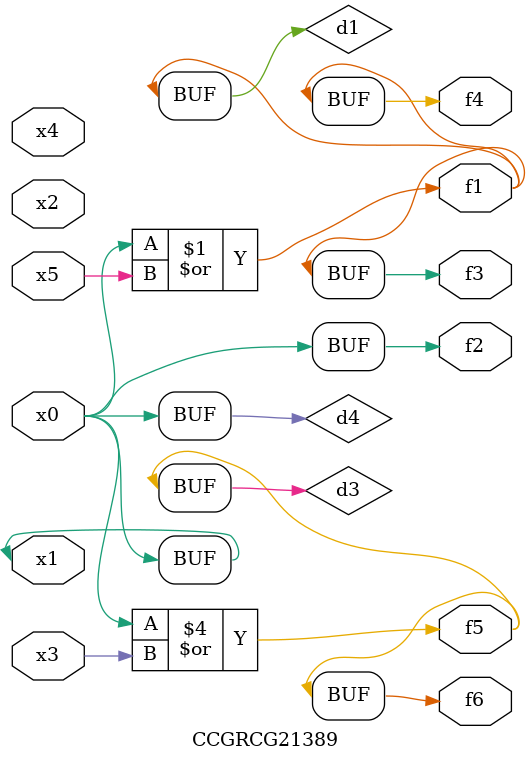
<source format=v>
module CCGRCG21389(
	input x0, x1, x2, x3, x4, x5,
	output f1, f2, f3, f4, f5, f6
);

	wire d1, d2, d3, d4;

	or (d1, x0, x5);
	xnor (d2, x1, x4);
	or (d3, x0, x3);
	buf (d4, x0, x1);
	assign f1 = d1;
	assign f2 = d4;
	assign f3 = d1;
	assign f4 = d1;
	assign f5 = d3;
	assign f6 = d3;
endmodule

</source>
